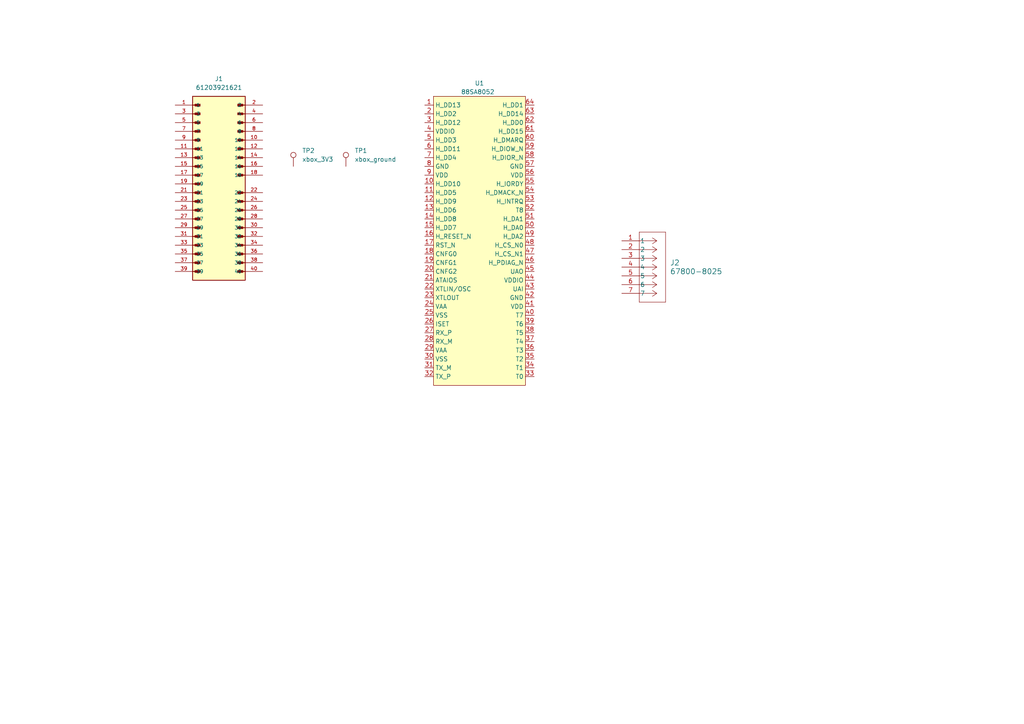
<source format=kicad_sch>
(kicad_sch (version 20231120) (generator "eeschema") (generator_version "8.0")
  (paper "A4")
  (lib_symbols
    (symbol "Connector:TestPoint" (pin_numbers hide) (pin_names (offset 0.762) hide)
      (property "Reference" "TP" (at 0 6.858 0))
      (property "Value" "TestPoint" (at 0 5.08 0))
      (symbol "TestPoint_0_1"
        (circle (center 0 3.302) (radius 0.762))
      )
      (symbol "TestPoint_1_1"
        (pin passive line (at 0 0 90) (length 2.54) (name "1") (number "1"))
      )
    )
    (symbol "xbox2sata:61203921621" (pin_names (offset 1.016))
      (property "Reference" "J" (at -7.62 26.67 0))
      (property "Value" "61203921621" (at -7.62 -30.48 0))
      (symbol "61203921621_0_0"
        (rectangle (start -7.62 25.4) (end 7.62 -27.94) (stroke (width 0.254)) (fill (type background)))
        (rectangle (start -6.985 -25.7175) (end -5.3975 -25.0825) (stroke (width 0.1)) (fill (type outline)))
        (rectangle (start -6.985 -23.1775) (end -5.3975 -22.5425) (stroke (width 0.1)) (fill (type outline)))
        (rectangle (start -6.985 -20.6375) (end -5.3975 -20.0025) (stroke (width 0.1)) (fill (type outline)))
        (rectangle (start -6.985 -18.0975) (end -5.3975 -17.4625) (stroke (width 0.1)) (fill (type outline)))
        (rectangle (start -6.985 -15.5575) (end -5.3975 -14.9225) (stroke (width 0.1)) (fill (type outline)))
        (rectangle (start -6.985 -13.0175) (end -5.3975 -12.3825) (stroke (width 0.1)) (fill (type outline)))
        (rectangle (start -6.985 -10.4775) (end -5.3975 -9.8425) (stroke (width 0.1)) (fill (type outline)))
        (rectangle (start -6.985 -7.9375) (end -5.3975 -7.3025) (stroke (width 0.1)) (fill (type outline)))
        (rectangle (start -6.985 -5.3975) (end -5.3975 -4.7625) (stroke (width 0.1)) (fill (type outline)))
        (rectangle (start -6.985 -2.8575) (end -5.3975 -2.2225) (stroke (width 0.1)) (fill (type outline)))
        (rectangle (start -6.985 -0.3175) (end -5.3975 0.3175) (stroke (width 0.1)) (fill (type outline)))
        (rectangle (start -6.985 2.2225) (end -5.3975 2.8575) (stroke (width 0.1)) (fill (type outline)))
        (rectangle (start -6.985 4.7625) (end -5.3975 5.3975) (stroke (width 0.1)) (fill (type outline)))
        (rectangle (start -6.985 7.3025) (end -5.3975 7.9375) (stroke (width 0.1)) (fill (type outline)))
        (rectangle (start -6.985 9.8425) (end -5.3975 10.4775) (stroke (width 0.1)) (fill (type outline)))
        (rectangle (start -6.985 12.3825) (end -5.3975 13.0175) (stroke (width 0.1)) (fill (type outline)))
        (rectangle (start -6.985 14.9225) (end -5.3975 15.5575) (stroke (width 0.1)) (fill (type outline)))
        (rectangle (start -6.985 17.4625) (end -5.3975 18.0975) (stroke (width 0.1)) (fill (type outline)))
        (rectangle (start -6.985 20.0025) (end -5.3975 20.6375) (stroke (width 0.1)) (fill (type outline)))
        (rectangle (start -6.985 22.5425) (end -5.3975 23.1775) (stroke (width 0.1)) (fill (type outline)))
        (polyline (pts (xy -7.62 -25.4) (xy -5.715 -25.4)) (stroke (width 0.254)))
        (polyline (pts (xy -7.62 -22.86) (xy -5.715 -22.86)) (stroke (width 0.254)))
        (polyline (pts (xy -7.62 -20.32) (xy -5.715 -20.32)) (stroke (width 0.254)))
        (polyline (pts (xy -7.62 -17.78) (xy -5.715 -17.78)) (stroke (width 0.254)))
        (polyline (pts (xy -7.62 -15.24) (xy -5.715 -15.24)) (stroke (width 0.254)))
        (polyline (pts (xy -7.62 -12.7) (xy -5.715 -12.7)) (stroke (width 0.254)))
        (polyline (pts (xy -7.62 -10.16) (xy -5.715 -10.16)) (stroke (width 0.254)))
        (polyline (pts (xy -7.62 -7.62) (xy -5.715 -7.62)) (stroke (width 0.254)))
        (polyline (pts (xy -7.62 -5.08) (xy -5.715 -5.08)) (stroke (width 0.254)))
        (polyline (pts (xy -7.62 -2.54) (xy -5.715 -2.54)) (stroke (width 0.254)))
        (polyline (pts (xy -7.62 0) (xy -5.715 0)) (stroke (width 0.254)))
        (polyline (pts (xy -7.62 2.54) (xy -5.715 2.54)) (stroke (width 0.254)))
        (polyline (pts (xy -7.62 5.08) (xy -5.715 5.08)) (stroke (width 0.254)))
        (polyline (pts (xy -7.62 7.62) (xy -5.715 7.62)) (stroke (width 0.254)))
        (polyline (pts (xy -7.62 10.16) (xy -5.715 10.16)) (stroke (width 0.254)))
        (polyline (pts (xy -7.62 12.7) (xy -5.715 12.7)) (stroke (width 0.254)))
        (polyline (pts (xy -7.62 15.24) (xy -5.715 15.24)) (stroke (width 0.254)))
        (polyline (pts (xy -7.62 17.78) (xy -5.715 17.78)) (stroke (width 0.254)))
        (polyline (pts (xy -7.62 20.32) (xy -5.715 20.32)) (stroke (width 0.254)))
        (polyline (pts (xy -7.62 22.86) (xy -5.715 22.86)) (stroke (width 0.254)))
        (polyline (pts (xy 7.62 -25.4) (xy 5.715 -25.4)) (stroke (width 0.254)))
        (polyline (pts (xy 7.62 -22.86) (xy 5.715 -22.86)) (stroke (width 0.254)))
        (polyline (pts (xy 7.62 -20.32) (xy 5.715 -20.32)) (stroke (width 0.254)))
        (polyline (pts (xy 7.62 -17.78) (xy 5.715 -17.78)) (stroke (width 0.254)))
        (polyline (pts (xy 7.62 -15.24) (xy 5.715 -15.24)) (stroke (width 0.254)))
        (polyline (pts (xy 7.62 -12.7) (xy 5.715 -12.7)) (stroke (width 0.254)))
        (polyline (pts (xy 7.62 -10.16) (xy 5.715 -10.16)) (stroke (width 0.254)))
        (polyline (pts (xy 7.62 -7.62) (xy 5.715 -7.62)) (stroke (width 0.254)))
        (polyline (pts (xy 7.62 -5.08) (xy 5.715 -5.08)) (stroke (width 0.254)))
        (polyline (pts (xy 7.62 -2.54) (xy 5.715 -2.54)) (stroke (width 0.254)))
        (polyline (pts (xy 7.62 2.54) (xy 5.715 2.54)) (stroke (width 0.254)))
        (polyline (pts (xy 7.62 5.08) (xy 5.715 5.08)) (stroke (width 0.254)))
        (polyline (pts (xy 7.62 7.62) (xy 5.715 7.62)) (stroke (width 0.254)))
        (polyline (pts (xy 7.62 10.16) (xy 5.715 10.16)) (stroke (width 0.254)))
        (polyline (pts (xy 7.62 12.7) (xy 5.715 12.7)) (stroke (width 0.254)))
        (polyline (pts (xy 7.62 15.24) (xy 5.715 15.24)) (stroke (width 0.254)))
        (polyline (pts (xy 7.62 17.78) (xy 5.715 17.78)) (stroke (width 0.254)))
        (polyline (pts (xy 7.62 20.32) (xy 5.715 20.32)) (stroke (width 0.254)))
        (polyline (pts (xy 7.62 22.86) (xy 5.715 22.86)) (stroke (width 0.254)))
        (rectangle (start 5.3975 -25.7175) (end 6.985 -25.0825) (stroke (width 0.1)) (fill (type outline)))
        (rectangle (start 5.3975 -23.1775) (end 6.985 -22.5425) (stroke (width 0.1)) (fill (type outline)))
        (rectangle (start 5.3975 -20.6375) (end 6.985 -20.0025) (stroke (width 0.1)) (fill (type outline)))
        (rectangle (start 5.3975 -18.0975) (end 6.985 -17.4625) (stroke (width 0.1)) (fill (type outline)))
        (rectangle (start 5.3975 -15.5575) (end 6.985 -14.9225) (stroke (width 0.1)) (fill (type outline)))
        (rectangle (start 5.3975 -13.0175) (end 6.985 -12.3825) (stroke (width 0.1)) (fill (type outline)))
        (rectangle (start 5.3975 -10.4775) (end 6.985 -9.8425) (stroke (width 0.1)) (fill (type outline)))
        (rectangle (start 5.3975 -7.9375) (end 6.985 -7.3025) (stroke (width 0.1)) (fill (type outline)))
        (rectangle (start 5.3975 -5.3975) (end 6.985 -4.7625) (stroke (width 0.1)) (fill (type outline)))
        (rectangle (start 5.3975 -2.8575) (end 6.985 -2.2225) (stroke (width 0.1)) (fill (type outline)))
        (rectangle (start 5.3975 2.2225) (end 6.985 2.8575) (stroke (width 0.1)) (fill (type outline)))
        (rectangle (start 5.3975 4.7625) (end 6.985 5.3975) (stroke (width 0.1)) (fill (type outline)))
        (rectangle (start 5.3975 7.3025) (end 6.985 7.9375) (stroke (width 0.1)) (fill (type outline)))
        (rectangle (start 5.3975 9.8425) (end 6.985 10.4775) (stroke (width 0.1)) (fill (type outline)))
        (rectangle (start 5.3975 12.3825) (end 6.985 13.0175) (stroke (width 0.1)) (fill (type outline)))
        (rectangle (start 5.3975 14.9225) (end 6.985 15.5575) (stroke (width 0.1)) (fill (type outline)))
        (rectangle (start 5.3975 17.4625) (end 6.985 18.0975) (stroke (width 0.1)) (fill (type outline)))
        (rectangle (start 5.3975 20.0025) (end 6.985 20.6375) (stroke (width 0.1)) (fill (type outline)))
        (rectangle (start 5.3975 22.5425) (end 6.985 23.1775) (stroke (width 0.1)) (fill (type outline)))
        (pin passive line (at -12.7 22.86 0) (length 5.08) (name "1") (number "1"))
        (pin passive line (at 12.7 12.7 180) (length 5.08) (name "10") (number "10"))
        (pin passive line (at -12.7 10.16 0) (length 5.08) (name "11") (number "11"))
        (pin passive line (at 12.7 10.16 180) (length 5.08) (name "12") (number "12"))
        (pin passive line (at -12.7 7.62 0) (length 5.08) (name "13") (number "13"))
        (pin passive line (at 12.7 7.62 180) (length 5.08) (name "14") (number "14"))
        (pin passive line (at -12.7 5.08 0) (length 5.08) (name "15") (number "15"))
        (pin passive line (at 12.7 5.08 180) (length 5.08) (name "16") (number "16"))
        (pin passive line (at -12.7 2.54 0) (length 5.08) (name "17") (number "17"))
        (pin passive line (at 12.7 2.54 180) (length 5.08) (name "18") (number "18"))
        (pin passive line (at -12.7 0 0) (length 5.08) (name "19") (number "19"))
        (pin passive line (at 12.7 22.86 180) (length 5.08) (name "2") (number "2"))
        (pin passive line (at -12.7 -2.54 0) (length 5.08) (name "21") (number "21"))
        (pin passive line (at 12.7 -2.54 180) (length 5.08) (name "22") (number "22"))
        (pin passive line (at -12.7 -5.08 0) (length 5.08) (name "23") (number "23"))
        (pin passive line (at 12.7 -5.08 180) (length 5.08) (name "24") (number "24"))
        (pin passive line (at -12.7 -7.62 0) (length 5.08) (name "25") (number "25"))
        (pin passive line (at 12.7 -7.62 180) (length 5.08) (name "26") (number "26"))
        (pin passive line (at -12.7 -10.16 0) (length 5.08) (name "27") (number "27"))
        (pin passive line (at 12.7 -10.16 180) (length 5.08) (name "28") (number "28"))
        (pin passive line (at -12.7 -12.7 0) (length 5.08) (name "29") (number "29"))
        (pin passive line (at -12.7 20.32 0) (length 5.08) (name "3") (number "3"))
        (pin passive line (at 12.7 -12.7 180) (length 5.08) (name "30") (number "30"))
        (pin passive line (at -12.7 -15.24 0) (length 5.08) (name "31") (number "31"))
        (pin passive line (at 12.7 -15.24 180) (length 5.08) (name "32") (number "32"))
        (pin passive line (at -12.7 -17.78 0) (length 5.08) (name "33") (number "33"))
        (pin passive line (at 12.7 -17.78 180) (length 5.08) (name "34") (number "34"))
        (pin passive line (at -12.7 -20.32 0) (length 5.08) (name "35") (number "35"))
        (pin passive line (at 12.7 -20.32 180) (length 5.08) (name "36") (number "36"))
        (pin passive line (at -12.7 -22.86 0) (length 5.08) (name "37") (number "37"))
        (pin passive line (at 12.7 -22.86 180) (length 5.08) (name "38") (number "38"))
        (pin passive line (at -12.7 -25.4 0) (length 5.08) (name "39") (number "39"))
        (pin passive line (at 12.7 20.32 180) (length 5.08) (name "4") (number "4"))
        (pin passive line (at 12.7 -25.4 180) (length 5.08) (name "40") (number "40"))
        (pin passive line (at -12.7 17.78 0) (length 5.08) (name "5") (number "5"))
        (pin passive line (at 12.7 17.78 180) (length 5.08) (name "6") (number "6"))
        (pin passive line (at -12.7 15.24 0) (length 5.08) (name "7") (number "7"))
        (pin passive line (at 12.7 15.24 180) (length 5.08) (name "8") (number "8"))
        (pin passive line (at -12.7 12.7 0) (length 5.08) (name "9") (number "9"))
      )
    )
    (symbol "xbox2sata:67800-8025" (pin_names (offset 0.254)) (exclude_from_sim yes)
      (property "Reference" "J" (at 8.89 6.35 0))
      (property "Value" "67800-8025" (at -3.048 -22.098 0))
      (symbol "67800-8025_1_1"
        (polyline (pts (xy 5.08 -17.78) (xy 12.7 -17.78)) (stroke (width 0.127)))
        (polyline (pts (xy 5.08 2.54) (xy 5.08 -17.78)) (stroke (width 0.127)))
        (polyline (pts (xy 10.16 -15.24) (xy 5.08 -15.24)) (stroke (width 0.127)))
        (polyline (pts (xy 10.16 -15.24) (xy 8.89 -16.0867)) (stroke (width 0.127)))
        (polyline (pts (xy 10.16 -15.24) (xy 8.89 -14.3933)) (stroke (width 0.127)))
        (polyline (pts (xy 10.16 -12.7) (xy 5.08 -12.7)) (stroke (width 0.127)))
        (polyline (pts (xy 10.16 -12.7) (xy 8.89 -13.5467)) (stroke (width 0.127)))
        (polyline (pts (xy 10.16 -12.7) (xy 8.89 -11.8533)) (stroke (width 0.127)))
        (polyline (pts (xy 10.16 -10.16) (xy 5.08 -10.16)) (stroke (width 0.127)))
        (polyline (pts (xy 10.16 -10.16) (xy 8.89 -11.0067)) (stroke (width 0.127)))
        (polyline (pts (xy 10.16 -10.16) (xy 8.89 -9.3133)) (stroke (width 0.127)))
        (polyline (pts (xy 10.16 -7.62) (xy 5.08 -7.62)) (stroke (width 0.127)))
        (polyline (pts (xy 10.16 -7.62) (xy 8.89 -8.4667)) (stroke (width 0.127)))
        (polyline (pts (xy 10.16 -7.62) (xy 8.89 -6.7733)) (stroke (width 0.127)))
        (polyline (pts (xy 10.16 -5.08) (xy 5.08 -5.08)) (stroke (width 0.127)))
        (polyline (pts (xy 10.16 -5.08) (xy 8.89 -5.9267)) (stroke (width 0.127)))
        (polyline (pts (xy 10.16 -5.08) (xy 8.89 -4.2333)) (stroke (width 0.127)))
        (polyline (pts (xy 10.16 -2.54) (xy 5.08 -2.54)) (stroke (width 0.127)))
        (polyline (pts (xy 10.16 -2.54) (xy 8.89 -3.3867)) (stroke (width 0.127)))
        (polyline (pts (xy 10.16 -2.54) (xy 8.89 -1.6933)) (stroke (width 0.127)))
        (polyline (pts (xy 10.16 0) (xy 5.08 0)) (stroke (width 0.127)))
        (polyline (pts (xy 10.16 0) (xy 8.89 -0.8467)) (stroke (width 0.127)))
        (polyline (pts (xy 10.16 0) (xy 8.89 0.8467)) (stroke (width 0.127)))
        (polyline (pts (xy 12.7 -17.78) (xy 12.7 2.54)) (stroke (width 0.127)))
        (polyline (pts (xy 12.7 2.54) (xy 5.08 2.54)) (stroke (width 0.127)))
        (pin bidirectional line (at 0 0 0) (length 5.08) (name "1") (number "1"))
        (pin bidirectional line (at 0 -2.54 0) (length 5.08) (name "2") (number "2"))
        (pin bidirectional line (at 0 -5.08 0) (length 5.08) (name "3") (number "3"))
        (pin bidirectional line (at 0 -7.62 0) (length 5.08) (name "4") (number "4"))
        (pin bidirectional line (at 0 -10.16 0) (length 5.08) (name "5") (number "5"))
        (pin bidirectional line (at 0 -12.7 0) (length 5.08) (name "6") (number "6"))
        (pin bidirectional line (at 0 -15.24 0) (length 5.08) (name "7") (number "7"))
      )
      (symbol "67800-8025_1_2"
        (polyline (pts (xy 5.08 -17.78) (xy 12.7 -17.78)) (stroke (width 0.127)))
        (polyline (pts (xy 5.08 2.54) (xy 5.08 -17.78)) (stroke (width 0.127)))
        (polyline (pts (xy 7.62 -15.24) (xy 5.08 -15.24)) (stroke (width 0.127)))
        (polyline (pts (xy 7.62 -15.24) (xy 8.89 -16.0867)) (stroke (width 0.127)))
        (polyline (pts (xy 7.62 -15.24) (xy 8.89 -14.3933)) (stroke (width 0.127)))
        (polyline (pts (xy 7.62 -12.7) (xy 5.08 -12.7)) (stroke (width 0.127)))
        (polyline (pts (xy 7.62 -12.7) (xy 8.89 -13.5467)) (stroke (width 0.127)))
        (polyline (pts (xy 7.62 -12.7) (xy 8.89 -11.8533)) (stroke (width 0.127)))
        (polyline (pts (xy 7.62 -10.16) (xy 5.08 -10.16)) (stroke (width 0.127)))
        (polyline (pts (xy 7.62 -10.16) (xy 8.89 -11.0067)) (stroke (width 0.127)))
        (polyline (pts (xy 7.62 -10.16) (xy 8.89 -9.3133)) (stroke (width 0.127)))
        (polyline (pts (xy 7.62 -7.62) (xy 5.08 -7.62)) (stroke (width 0.127)))
        (polyline (pts (xy 7.62 -7.62) (xy 8.89 -8.4667)) (stroke (width 0.127)))
        (polyline (pts (xy 7.62 -7.62) (xy 8.89 -6.7733)) (stroke (width 0.127)))
        (polyline (pts (xy 7.62 -5.08) (xy 5.08 -5.08)) (stroke (width 0.127)))
        (polyline (pts (xy 7.62 -5.08) (xy 8.89 -5.9267)) (stroke (width 0.127)))
        (polyline (pts (xy 7.62 -5.08) (xy 8.89 -4.2333)) (stroke (width 0.127)))
        (polyline (pts (xy 7.62 -2.54) (xy 5.08 -2.54)) (stroke (width 0.127)))
        (polyline (pts (xy 7.62 -2.54) (xy 8.89 -3.3867)) (stroke (width 0.127)))
        (polyline (pts (xy 7.62 -2.54) (xy 8.89 -1.6933)) (stroke (width 0.127)))
        (polyline (pts (xy 7.62 0) (xy 5.08 0)) (stroke (width 0.127)))
        (polyline (pts (xy 7.62 0) (xy 8.89 -0.8467)) (stroke (width 0.127)))
        (polyline (pts (xy 7.62 0) (xy 8.89 0.8467)) (stroke (width 0.127)))
        (polyline (pts (xy 12.7 -17.78) (xy 12.7 2.54)) (stroke (width 0.127)))
        (polyline (pts (xy 12.7 2.54) (xy 5.08 2.54)) (stroke (width 0.127)))
        (pin bidirectional line (at 0 0 0) (length 5.08) (name "1") (number "1"))
        (pin bidirectional line (at 0 -2.54 0) (length 5.08) (name "2") (number "2"))
        (pin bidirectional line (at 0 -5.08 0) (length 5.08) (name "3") (number "3"))
        (pin bidirectional line (at 0 -7.62 0) (length 5.08) (name "4") (number "4"))
        (pin bidirectional line (at 0 -10.16 0) (length 5.08) (name "5") (number "5"))
        (pin bidirectional line (at 0 -12.7 0) (length 5.08) (name "6") (number "6"))
        (pin bidirectional line (at 0 -15.24 0) (length 5.08) (name "7") (number "7"))
      )
    )
    (symbol "xbox2sata:88SA8052" (exclude_from_sim yes)
      (property "Reference" "U" (at -12.192 41.656 0))
      (property "Value" "88SA8052 " (at -7.366 -44.958 0))
      (symbol "88SA8052_1_1"
        (rectangle (start -12.7 40.64) (end 13.97 -43.18) (fill (type background)))
        (pin bidirectional line (at -15.24 38.1 0) (length 2.54) (name "H_DD13") (number "1"))
        (pin bidirectional line (at -15.24 15.24 0) (length 2.54) (name "H_DD10") (number "10"))
        (pin bidirectional line (at -15.24 12.7 0) (length 2.54) (name "H_DD5") (number "11"))
        (pin bidirectional line (at -15.24 10.16 0) (length 2.54) (name "H_DD9") (number "12"))
        (pin bidirectional line (at -15.24 7.62 0) (length 2.54) (name "H_DD6") (number "13"))
        (pin bidirectional line (at -15.24 5.08 0) (length 2.54) (name "H_DD8") (number "14"))
        (pin bidirectional line (at -15.24 2.54 0) (length 2.54) (name "H_DD7") (number "15"))
        (pin input line (at -15.24 0 0) (length 2.54) (name "H_RESET_N") (number "16"))
        (pin bidirectional line (at -15.24 -2.54 0) (length 2.54) (name "RST_N") (number "17"))
        (pin bidirectional line (at -15.24 -5.08 0) (length 2.54) (name "CNFG0") (number "18"))
        (pin bidirectional line (at -15.24 -7.62 0) (length 2.54) (name "CNFG1") (number "19"))
        (pin bidirectional line (at -15.24 35.56 0) (length 2.54) (name "H_DD2") (number "2"))
        (pin bidirectional line (at -15.24 -10.16 0) (length 2.54) (name "CNFG2") (number "20"))
        (pin bidirectional line (at -15.24 -12.7 0) (length 2.54) (name "ATAIOS") (number "21"))
        (pin bidirectional line (at -15.24 -15.24 0) (length 2.54) (name "XTLIN/OSC") (number "22"))
        (pin bidirectional line (at -15.24 -17.78 0) (length 2.54) (name "XTLOUT") (number "23"))
        (pin power_in line (at -15.24 -20.32 0) (length 2.54) (name "VAA") (number "24"))
        (pin power_in line (at -15.24 -22.86 0) (length 2.54) (name "VSS") (number "25"))
        (pin bidirectional line (at -15.24 -25.4 0) (length 2.54) (name "ISET") (number "26"))
        (pin bidirectional line (at -15.24 -27.94 0) (length 2.54) (name "RX_P") (number "27"))
        (pin bidirectional line (at -15.24 -30.48 0) (length 2.54) (name "RX_M") (number "28"))
        (pin power_in line (at -15.24 -33.02 0) (length 2.54) (name "VAA") (number "29"))
        (pin bidirectional line (at -15.24 33.02 0) (length 2.54) (name "H_DD12") (number "3"))
        (pin power_in line (at -15.24 -35.56 0) (length 2.54) (name "VSS") (number "30"))
        (pin bidirectional line (at -15.24 -38.1 0) (length 2.54) (name "TX_M") (number "31"))
        (pin bidirectional line (at -15.24 -40.64 0) (length 2.54) (name "TX_P") (number "32"))
        (pin bidirectional line (at 16.51 -40.64 180) (length 2.54) (name "T0") (number "33"))
        (pin bidirectional line (at 16.51 -38.1 180) (length 2.54) (name "T1") (number "34"))
        (pin bidirectional line (at 16.51 -35.56 180) (length 2.54) (name "T2") (number "35"))
        (pin bidirectional line (at 16.51 -33.02 180) (length 2.54) (name "T3") (number "36"))
        (pin bidirectional line (at 16.51 -30.48 180) (length 2.54) (name "T4") (number "37"))
        (pin bidirectional line (at 16.51 -27.94 180) (length 2.54) (name "T5") (number "38"))
        (pin bidirectional line (at 16.51 -25.4 180) (length 2.54) (name "T6") (number "39"))
        (pin power_in line (at -15.24 30.48 0) (length 2.54) (name "VDDIO") (number "4"))
        (pin bidirectional line (at 16.51 -22.86 180) (length 2.54) (name "T7") (number "40"))
        (pin power_in line (at 16.51 -20.32 180) (length 2.54) (name "VDD") (number "41"))
        (pin power_in line (at 16.51 -17.78 180) (length 2.54) (name "GND") (number "42"))
        (pin bidirectional line (at 16.51 -15.24 180) (length 2.54) (name "UAI") (number "43"))
        (pin power_in line (at 16.51 -12.7 180) (length 2.54) (name "VDDIO") (number "44"))
        (pin bidirectional line (at 16.51 -10.16 180) (length 2.54) (name "UAO") (number "45"))
        (pin bidirectional line (at 16.51 -7.62 180) (length 2.54) (name "H_PDIAG_N") (number "46"))
        (pin bidirectional line (at 16.51 -5.08 180) (length 2.54) (name "H_CS_N1") (number "47"))
        (pin bidirectional line (at 16.51 -2.54 180) (length 2.54) (name "H_CS_N0") (number "48"))
        (pin bidirectional line (at 16.51 0 180) (length 2.54) (name "H_DA2") (number "49"))
        (pin bidirectional line (at -15.24 27.94 0) (length 2.54) (name "H_DD3") (number "5"))
        (pin bidirectional line (at 16.51 2.54 180) (length 2.54) (name "H_DA0") (number "50"))
        (pin bidirectional line (at 16.51 5.08 180) (length 2.54) (name "H_DA1") (number "51"))
        (pin bidirectional line (at 16.51 7.62 180) (length 2.54) (name "T8") (number "52"))
        (pin bidirectional line (at 16.51 10.16 180) (length 2.54) (name "H_INTRQ") (number "53"))
        (pin bidirectional line (at 16.51 12.7 180) (length 2.54) (name "H_DMACK_N") (number "54"))
        (pin bidirectional line (at 16.51 15.24 180) (length 2.54) (name "H_IORDY") (number "55"))
        (pin power_in line (at 16.51 17.78 180) (length 2.54) (name "VDD") (number "56"))
        (pin power_in line (at 16.51 20.32 180) (length 2.54) (name "GND") (number "57"))
        (pin bidirectional line (at 16.51 22.86 180) (length 2.54) (name "H_DIOR_N") (number "58"))
        (pin bidirectional line (at 16.51 25.4 180) (length 2.54) (name "H_DIOW_N") (number "59"))
        (pin bidirectional line (at -15.24 25.4 0) (length 2.54) (name "H_DD11") (number "6"))
        (pin bidirectional line (at 16.51 27.94 180) (length 2.54) (name "H_DMARQ") (number "60"))
        (pin bidirectional line (at 16.51 30.48 180) (length 2.54) (name "H_DD15") (number "61"))
        (pin bidirectional line (at 16.51 33.02 180) (length 2.54) (name "H_DD0") (number "62"))
        (pin bidirectional line (at 16.51 35.56 180) (length 2.54) (name "H_DD14") (number "63"))
        (pin bidirectional line (at 16.51 38.1 180) (length 2.54) (name "H_DD1") (number "64"))
        (pin bidirectional line (at -15.24 22.86 0) (length 2.54) (name "H_DD4") (number "7"))
        (pin power_in line (at -15.24 20.32 0) (length 2.54) (name "GND") (number "8"))
        (pin power_in line (at -15.24 17.78 0) (length 2.54) (name "VDD") (number "9"))
      )
    )
  )
  (symbol (lib_id "xbox2sata:61203921621") (at 63.5 53.34 0) (unit 1)
    (property "Reference" "J1" (at 63.5 22.86 0))
    (property "Value" "61203921621" (at 63.5 25.4 0))
    (property "Footprint" "xbox2sata:WURTH-ELEKTRONIK_61203921621" (effects (hide yes)))
    (property "Datasheet" "https://www.we-online.com/catalog/datasheet/61203921621.pdf" (effects (hide yes)))
    (property "Description" "IDE Socket" (effects (hide yes)))
    (property "PARTREV" "002.000" (effects (hide yes)))
    (property "STANDARD" "Manufacturer recommendations" (effects (hide yes)))
    (property "SNAPEDA_PN" "61203921621" (effects (hide yes)))
    (property "MAXIMUM_PACKAGE_HEIGHT" "9.25mm" (effects (hide yes)))
    (property "MANUFACTURER" "Wurth Elektronik" (effects (hide yes)))
  )
  (symbol (lib_id "xbox2sata:67800-8025") (at 180.34 69.85 0) (unit 1) (exclude_from_sim yes)
    (property "Reference" "J2" (at 194.31 76.1999 0) (effects (font (size 1.524 1.524)) (justify left)))
    (property "Value" "67800-8025" (at 194.31 78.7399 0) (effects (font (size 1.524 1.524)) (justify left)))
    (property "Footprint" "xbox2sata:CONN_67800-8025_MOL" (effects (hide yes)))
    (property "Datasheet" "67800-8025" (effects (hide yes)))
  )
  (symbol (lib_id "xbox2sata:88SA8052") (at 138.43 68.58 0) (unit 1) (exclude_from_sim yes)
    (property "Reference" "U1" (at 139.065 24.13 0))
    (property "Value" "88SA8052 " (at 139.065 26.67 0))
    (property "Footprint" "Package_DFN_QFN:QFN-64-1EP_9x9mm_P0.5mm_EP3.4x3.4mm_ThermalVias" (effects (hide yes)))
    (property "Description" "PATA to SATA Bridge" (effects (hide yes)))
  )
  (symbol (lib_id "Connector:TestPoint") (at 85.09 48.26 0) (unit 1)
    (property "Reference" "TP2" (at 87.63 43.6879 0) (effects (justify left)))
    (property "Value" "xbox_3V3" (at 87.63 46.2279 0) (effects (justify left)))
    (property "Description" "test point" (effects (hide yes)))
  )
  (symbol (lib_id "Connector:TestPoint") (at 100.33 48.26 0) (unit 1)
    (property "Reference" "TP1" (at 102.87 43.6879 0) (effects (justify left)))
    (property "Value" "xbox_ground" (at 102.87 46.2279 0) (effects (justify left)))
    (property "Description" "test point" (effects (hide yes)))
  )
)
</source>
